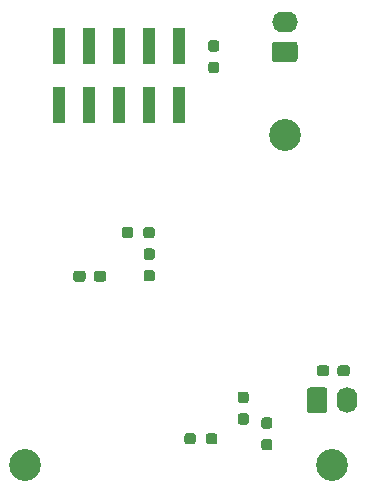
<source format=gbr>
%TF.GenerationSoftware,KiCad,Pcbnew,5.1.10-8.fc35*%
%TF.CreationDate,2021-11-18T10:19:23+00:00*%
%TF.ProjectId,cryosub_power_converter_top_v02,6372796f-7375-4625-9f70-6f7765725f63,rev?*%
%TF.SameCoordinates,Original*%
%TF.FileFunction,Soldermask,Bot*%
%TF.FilePolarity,Negative*%
%FSLAX45Y45*%
G04 Gerber Fmt 4.5, Leading zero omitted, Abs format (unit mm)*
G04 Created by KiCad (PCBNEW 5.1.10-8.fc35) date 2021-11-18 10:19:23*
%MOMM*%
%LPD*%
G01*
G04 APERTURE LIST*
%ADD10O,1.740000X2.190000*%
%ADD11R,1.000000X3.150000*%
%ADD12O,2.190000X1.740000*%
%ADD13C,2.700000*%
G04 APERTURE END LIST*
D10*
%TO.C,J1*%
X13129000Y-13550000D03*
G36*
G01*
X12788000Y-13634500D02*
X12788000Y-13465500D01*
G75*
G02*
X12813000Y-13440500I25000J0D01*
G01*
X12937000Y-13440500D01*
G75*
G02*
X12962000Y-13465500I0J-25000D01*
G01*
X12962000Y-13634500D01*
G75*
G02*
X12937000Y-13659500I-25000J0D01*
G01*
X12813000Y-13659500D01*
G75*
G02*
X12788000Y-13634500I0J25000D01*
G01*
G37*
%TD*%
%TO.C,D1*%
G36*
G01*
X13047500Y-13323750D02*
X13047500Y-13276250D01*
G75*
G02*
X13071250Y-13252500I23750J0D01*
G01*
X13128750Y-13252500D01*
G75*
G02*
X13152500Y-13276250I0J-23750D01*
G01*
X13152500Y-13323750D01*
G75*
G02*
X13128750Y-13347500I-23750J0D01*
G01*
X13071250Y-13347500D01*
G75*
G02*
X13047500Y-13323750I0J23750D01*
G01*
G37*
G36*
G01*
X12872500Y-13323750D02*
X12872500Y-13276250D01*
G75*
G02*
X12896250Y-13252500I23750J0D01*
G01*
X12953750Y-13252500D01*
G75*
G02*
X12977500Y-13276250I0J-23750D01*
G01*
X12977500Y-13323750D01*
G75*
G02*
X12953750Y-13347500I-23750J0D01*
G01*
X12896250Y-13347500D01*
G75*
G02*
X12872500Y-13323750I0J23750D01*
G01*
G37*
%TD*%
%TO.C,R12*%
G36*
G01*
X11318750Y-12106250D02*
X11318750Y-12153750D01*
G75*
G02*
X11295000Y-12177500I-23750J0D01*
G01*
X11245000Y-12177500D01*
G75*
G02*
X11221250Y-12153750I0J23750D01*
G01*
X11221250Y-12106250D01*
G75*
G02*
X11245000Y-12082500I23750J0D01*
G01*
X11295000Y-12082500D01*
G75*
G02*
X11318750Y-12106250I0J-23750D01*
G01*
G37*
G36*
G01*
X11501250Y-12106250D02*
X11501250Y-12153750D01*
G75*
G02*
X11477500Y-12177500I-23750J0D01*
G01*
X11427500Y-12177500D01*
G75*
G02*
X11403750Y-12153750I0J23750D01*
G01*
X11403750Y-12106250D01*
G75*
G02*
X11427500Y-12082500I23750J0D01*
G01*
X11477500Y-12082500D01*
G75*
G02*
X11501250Y-12106250I0J-23750D01*
G01*
G37*
%TD*%
%TO.C,R11*%
G36*
G01*
X11478750Y-12361250D02*
X11431250Y-12361250D01*
G75*
G02*
X11407500Y-12337500I0J23750D01*
G01*
X11407500Y-12287500D01*
G75*
G02*
X11431250Y-12263750I23750J0D01*
G01*
X11478750Y-12263750D01*
G75*
G02*
X11502500Y-12287500I0J-23750D01*
G01*
X11502500Y-12337500D01*
G75*
G02*
X11478750Y-12361250I-23750J0D01*
G01*
G37*
G36*
G01*
X11478750Y-12543750D02*
X11431250Y-12543750D01*
G75*
G02*
X11407500Y-12520000I0J23750D01*
G01*
X11407500Y-12470000D01*
G75*
G02*
X11431250Y-12446250I23750J0D01*
G01*
X11478750Y-12446250D01*
G75*
G02*
X11502500Y-12470000I0J-23750D01*
G01*
X11502500Y-12520000D01*
G75*
G02*
X11478750Y-12543750I-23750J0D01*
G01*
G37*
%TD*%
%TO.C,D2*%
G36*
G01*
X10985000Y-12523750D02*
X10985000Y-12476250D01*
G75*
G02*
X11008750Y-12452500I23750J0D01*
G01*
X11066250Y-12452500D01*
G75*
G02*
X11090000Y-12476250I0J-23750D01*
G01*
X11090000Y-12523750D01*
G75*
G02*
X11066250Y-12547500I-23750J0D01*
G01*
X11008750Y-12547500D01*
G75*
G02*
X10985000Y-12523750I0J23750D01*
G01*
G37*
G36*
G01*
X10810000Y-12523750D02*
X10810000Y-12476250D01*
G75*
G02*
X10833750Y-12452500I23750J0D01*
G01*
X10891250Y-12452500D01*
G75*
G02*
X10915000Y-12476250I0J-23750D01*
G01*
X10915000Y-12523750D01*
G75*
G02*
X10891250Y-12547500I-23750J0D01*
G01*
X10833750Y-12547500D01*
G75*
G02*
X10810000Y-12523750I0J23750D01*
G01*
G37*
%TD*%
D11*
%TO.C,J2*%
X11708000Y-11052500D03*
X11708000Y-10547500D03*
X11454000Y-11052500D03*
X11454000Y-10547500D03*
X11200000Y-11052500D03*
X11200000Y-10547500D03*
X10946000Y-11052500D03*
X10946000Y-10547500D03*
X10692000Y-11052500D03*
X10692000Y-10547500D03*
%TD*%
D12*
%TO.C,J3*%
X12600000Y-10346000D03*
G36*
G01*
X12684500Y-10687000D02*
X12515500Y-10687000D01*
G75*
G02*
X12490500Y-10662000I0J25000D01*
G01*
X12490500Y-10538000D01*
G75*
G02*
X12515500Y-10513000I25000J0D01*
G01*
X12684500Y-10513000D01*
G75*
G02*
X12709500Y-10538000I0J-25000D01*
G01*
X12709500Y-10662000D01*
G75*
G02*
X12684500Y-10687000I-25000J0D01*
G01*
G37*
%TD*%
D13*
%TO.C,H1*%
X10400000Y-14100000D03*
%TD*%
%TO.C,H2*%
X12600000Y-11300000D03*
%TD*%
%TO.C,H3*%
X13000000Y-14100000D03*
%TD*%
%TO.C,R4*%
G36*
G01*
X12426250Y-13876250D02*
X12473750Y-13876250D01*
G75*
G02*
X12497500Y-13900000I0J-23750D01*
G01*
X12497500Y-13950000D01*
G75*
G02*
X12473750Y-13973750I-23750J0D01*
G01*
X12426250Y-13973750D01*
G75*
G02*
X12402500Y-13950000I0J23750D01*
G01*
X12402500Y-13900000D01*
G75*
G02*
X12426250Y-13876250I23750J0D01*
G01*
G37*
G36*
G01*
X12426250Y-13693750D02*
X12473750Y-13693750D01*
G75*
G02*
X12497500Y-13717500I0J-23750D01*
G01*
X12497500Y-13767500D01*
G75*
G02*
X12473750Y-13791250I-23750J0D01*
G01*
X12426250Y-13791250D01*
G75*
G02*
X12402500Y-13767500I0J23750D01*
G01*
X12402500Y-13717500D01*
G75*
G02*
X12426250Y-13693750I23750J0D01*
G01*
G37*
%TD*%
%TO.C,R5*%
G36*
G01*
X11933750Y-13898750D02*
X11933750Y-13851250D01*
G75*
G02*
X11957500Y-13827500I23750J0D01*
G01*
X12007500Y-13827500D01*
G75*
G02*
X12031250Y-13851250I0J-23750D01*
G01*
X12031250Y-13898750D01*
G75*
G02*
X12007500Y-13922500I-23750J0D01*
G01*
X11957500Y-13922500D01*
G75*
G02*
X11933750Y-13898750I0J23750D01*
G01*
G37*
G36*
G01*
X11751250Y-13898750D02*
X11751250Y-13851250D01*
G75*
G02*
X11775000Y-13827500I23750J0D01*
G01*
X11825000Y-13827500D01*
G75*
G02*
X11848750Y-13851250I0J-23750D01*
G01*
X11848750Y-13898750D01*
G75*
G02*
X11825000Y-13922500I-23750J0D01*
G01*
X11775000Y-13922500D01*
G75*
G02*
X11751250Y-13898750I0J23750D01*
G01*
G37*
%TD*%
%TO.C,R6*%
G36*
G01*
X12226250Y-13658750D02*
X12273750Y-13658750D01*
G75*
G02*
X12297500Y-13682500I0J-23750D01*
G01*
X12297500Y-13732500D01*
G75*
G02*
X12273750Y-13756250I-23750J0D01*
G01*
X12226250Y-13756250D01*
G75*
G02*
X12202500Y-13732500I0J23750D01*
G01*
X12202500Y-13682500D01*
G75*
G02*
X12226250Y-13658750I23750J0D01*
G01*
G37*
G36*
G01*
X12226250Y-13476250D02*
X12273750Y-13476250D01*
G75*
G02*
X12297500Y-13500000I0J-23750D01*
G01*
X12297500Y-13550000D01*
G75*
G02*
X12273750Y-13573750I-23750J0D01*
G01*
X12226250Y-13573750D01*
G75*
G02*
X12202500Y-13550000I0J23750D01*
G01*
X12202500Y-13500000D01*
G75*
G02*
X12226250Y-13476250I23750J0D01*
G01*
G37*
%TD*%
%TO.C,R8*%
G36*
G01*
X12023750Y-10781250D02*
X11976250Y-10781250D01*
G75*
G02*
X11952500Y-10757500I0J23750D01*
G01*
X11952500Y-10707500D01*
G75*
G02*
X11976250Y-10683750I23750J0D01*
G01*
X12023750Y-10683750D01*
G75*
G02*
X12047500Y-10707500I0J-23750D01*
G01*
X12047500Y-10757500D01*
G75*
G02*
X12023750Y-10781250I-23750J0D01*
G01*
G37*
G36*
G01*
X12023750Y-10598750D02*
X11976250Y-10598750D01*
G75*
G02*
X11952500Y-10575000I0J23750D01*
G01*
X11952500Y-10525000D01*
G75*
G02*
X11976250Y-10501250I23750J0D01*
G01*
X12023750Y-10501250D01*
G75*
G02*
X12047500Y-10525000I0J-23750D01*
G01*
X12047500Y-10575000D01*
G75*
G02*
X12023750Y-10598750I-23750J0D01*
G01*
G37*
%TD*%
M02*

</source>
